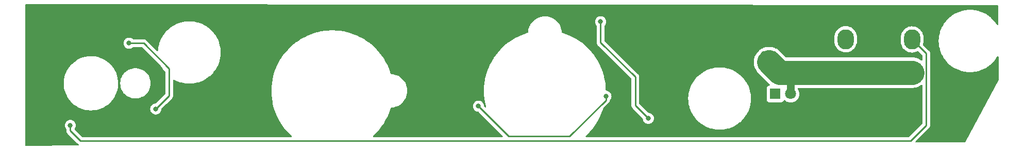
<source format=gbr>
%TF.GenerationSoftware,KiCad,Pcbnew,(6.0.9)*%
%TF.CreationDate,2023-04-01T13:20:15-08:00*%
%TF.ProjectId,HUD VID RCD PANEL,48554420-5649-4442-9052-43442050414e,3*%
%TF.SameCoordinates,Original*%
%TF.FileFunction,Copper,L2,Bot*%
%TF.FilePolarity,Positive*%
%FSLAX46Y46*%
G04 Gerber Fmt 4.6, Leading zero omitted, Abs format (unit mm)*
G04 Created by KiCad (PCBNEW (6.0.9)) date 2023-04-01 13:20:15*
%MOMM*%
%LPD*%
G01*
G04 APERTURE LIST*
G04 Aperture macros list*
%AMRoundRect*
0 Rectangle with rounded corners*
0 $1 Rounding radius*
0 $2 $3 $4 $5 $6 $7 $8 $9 X,Y pos of 4 corners*
0 Add a 4 corners polygon primitive as box body*
4,1,4,$2,$3,$4,$5,$6,$7,$8,$9,$2,$3,0*
0 Add four circle primitives for the rounded corners*
1,1,$1+$1,$2,$3*
1,1,$1+$1,$4,$5*
1,1,$1+$1,$6,$7*
1,1,$1+$1,$8,$9*
0 Add four rect primitives between the rounded corners*
20,1,$1+$1,$2,$3,$4,$5,0*
20,1,$1+$1,$4,$5,$6,$7,0*
20,1,$1+$1,$6,$7,$8,$9,0*
20,1,$1+$1,$8,$9,$2,$3,0*%
G04 Aperture macros list end*
%TA.AperFunction,SMDPad,CuDef*%
%ADD10RoundRect,0.250000X1.000000X-1.500000X1.000000X1.500000X-1.000000X1.500000X-1.000000X-1.500000X0*%
%TD*%
%TA.AperFunction,ComponentPad*%
%ADD11RoundRect,0.250001X-1.099999X-1.399999X1.099999X-1.399999X1.099999X1.399999X-1.099999X1.399999X0*%
%TD*%
%TA.AperFunction,ComponentPad*%
%ADD12O,2.700000X3.300000*%
%TD*%
%TA.AperFunction,ComponentPad*%
%ADD13R,1.800000X1.800000*%
%TD*%
%TA.AperFunction,ComponentPad*%
%ADD14C,1.800000*%
%TD*%
%TA.AperFunction,ViaPad*%
%ADD15C,0.800000*%
%TD*%
%TA.AperFunction,Conductor*%
%ADD16C,0.250000*%
%TD*%
%TA.AperFunction,Conductor*%
%ADD17C,4.000000*%
%TD*%
%TA.AperFunction,Conductor*%
%ADD18C,1.250000*%
%TD*%
%TA.AperFunction,Conductor*%
%ADD19C,0.750000*%
%TD*%
G04 APERTURE END LIST*
D10*
%TO.P,C1,1*%
%TO.N,/LED+5V*%
X179324000Y-77672000D03*
%TO.P,C1,2*%
%TO.N,/LEDGND*%
X179324000Y-71172000D03*
%TD*%
D11*
%TO.P,J1,1,Pin_1*%
%TO.N,/LED+5V*%
X198619000Y-79414000D03*
D12*
%TO.P,J1,2,Pin_2*%
X202819000Y-79414000D03*
%TO.P,J1,3,Pin_3*%
%TO.N,/LEDGND*%
X198619000Y-73914000D03*
%TO.P,J1,4,Pin_4*%
%TO.N,/DATAIN*%
X202819000Y-73914000D03*
%TD*%
D13*
%TO.P,D17,1,K*%
%TO.N,Net-(D17-Pad1)*%
X180340000Y-82931000D03*
D14*
%TO.P,D17,2,A*%
%TO.N,/LED+5V*%
X182880000Y-82931000D03*
%TD*%
D11*
%TO.P,J2,1,Pin_1*%
%TO.N,/LED+5V*%
X187706000Y-79375000D03*
D12*
%TO.P,J2,2,Pin_2*%
X191906000Y-79375000D03*
%TO.P,J2,3,Pin_3*%
%TO.N,/LEDGND*%
X187706000Y-73875000D03*
%TO.P,J2,4,Pin_4*%
%TO.N,/DATAOUT*%
X191906000Y-73875000D03*
%TD*%
D15*
%TO.N,Net-(D3-Pad2)*%
X74168000Y-74549000D03*
X78562200Y-85420200D03*
%TO.N,Net-(D8-Pad2)*%
X131572000Y-84963000D03*
X152520999Y-83318001D03*
%TO.N,Net-(D11-Pad2)*%
X151638000Y-70993000D03*
X159491550Y-86974550D03*
%TO.N,/LEDGND*%
X159817000Y-81838800D03*
X183261000Y-74168000D03*
X153696000Y-87604400D03*
X167347000Y-73953000D03*
X131318000Y-82550000D03*
X123317000Y-86360000D03*
X150176000Y-73595000D03*
X164262000Y-87578800D03*
X175006000Y-74041000D03*
X96012000Y-84455000D03*
X61620800Y-90271200D03*
X65024000Y-72771000D03*
X176784000Y-81661000D03*
X158242000Y-73660000D03*
X72212600Y-72694400D03*
X112903000Y-71374000D03*
X78740000Y-88900000D03*
%TO.N,/DATAIN*%
X64516000Y-88138000D03*
%TD*%
D16*
%TO.N,Net-(D3-Pad2)*%
X80772000Y-83210400D02*
X78562200Y-85420200D01*
X74168000Y-74549000D02*
X76581000Y-74549000D01*
X80772000Y-78740000D02*
X80772000Y-83210400D01*
X76581000Y-74549000D02*
X80772000Y-78740000D01*
%TO.N,Net-(D8-Pad2)*%
X136525000Y-89916000D02*
X146558000Y-89916000D01*
X131572000Y-84963000D02*
X136525000Y-89916000D01*
X146558000Y-89916000D02*
X152520999Y-83953001D01*
X152520999Y-83953001D02*
X152520999Y-83318001D01*
%TO.N,Net-(D11-Pad2)*%
X151638000Y-74422000D02*
X157353000Y-80137000D01*
X157353000Y-84836000D02*
X159491550Y-86974550D01*
X157353000Y-80137000D02*
X157353000Y-84836000D01*
X151638000Y-70993000D02*
X151638000Y-74422000D01*
D17*
%TO.N,/LED+5V*%
X202819000Y-79414000D02*
X183046000Y-79414000D01*
X183046000Y-79414000D02*
X181066000Y-79414000D01*
D18*
X182880000Y-79580000D02*
X183046000Y-79414000D01*
X182880000Y-82931000D02*
X182880000Y-79580000D01*
D17*
X181066000Y-79414000D02*
X179324000Y-77672000D01*
D19*
X187960000Y-79629000D02*
X187706000Y-79375000D01*
D16*
%TO.N,/DATAIN*%
X205144000Y-88099000D02*
X205144000Y-76239000D01*
X205144000Y-76239000D02*
X202819000Y-73914000D01*
X202552000Y-90691400D02*
X205144000Y-88099000D01*
X64516000Y-89027000D02*
X66180400Y-90691400D01*
X64516000Y-88138000D02*
X64516000Y-89027000D01*
X66180400Y-90691400D02*
X202552000Y-90691400D01*
%TD*%
%TA.AperFunction,Conductor*%
%TO.N,/LEDGND*%
G36*
X216845430Y-68274905D02*
G01*
X216913525Y-68294993D01*
X216959950Y-68348708D01*
X216971266Y-68399913D01*
X216995279Y-71449616D01*
X216975814Y-71517892D01*
X216922526Y-71564806D01*
X216852334Y-71575463D01*
X216787523Y-71546479D01*
X216763018Y-71518310D01*
X216567176Y-71210900D01*
X216565512Y-71208732D01*
X216565504Y-71208720D01*
X216295059Y-70856271D01*
X216293377Y-70854079D01*
X216291519Y-70852051D01*
X216291512Y-70852043D01*
X215991373Y-70524498D01*
X215989522Y-70522478D01*
X215767513Y-70319045D01*
X215659957Y-70220488D01*
X215659949Y-70220481D01*
X215657921Y-70218623D01*
X215632605Y-70199197D01*
X215303280Y-69946496D01*
X215303268Y-69946488D01*
X215301100Y-69944824D01*
X214921773Y-69703166D01*
X214522828Y-69495489D01*
X214107301Y-69323371D01*
X213833938Y-69237180D01*
X213680977Y-69188952D01*
X213680970Y-69188950D01*
X213678353Y-69188125D01*
X213594375Y-69169507D01*
X213241949Y-69091376D01*
X213241946Y-69091375D01*
X213239251Y-69090778D01*
X213236521Y-69090419D01*
X213236512Y-69090417D01*
X213016293Y-69061425D01*
X212793335Y-69032072D01*
X212524544Y-69020337D01*
X212460952Y-69017560D01*
X212460947Y-69017560D01*
X212459575Y-69017500D01*
X212228425Y-69017500D01*
X212227053Y-69017560D01*
X212227048Y-69017560D01*
X212163456Y-69020337D01*
X211894665Y-69032072D01*
X211671707Y-69061425D01*
X211451488Y-69090417D01*
X211451479Y-69090419D01*
X211448749Y-69090778D01*
X211446054Y-69091375D01*
X211446051Y-69091376D01*
X211093625Y-69169507D01*
X211009647Y-69188125D01*
X211007030Y-69188950D01*
X211007023Y-69188952D01*
X210854062Y-69237180D01*
X210580699Y-69323371D01*
X210165172Y-69495489D01*
X209766227Y-69703166D01*
X209386900Y-69944824D01*
X209384732Y-69946488D01*
X209384720Y-69946496D01*
X209055395Y-70199197D01*
X209030079Y-70218623D01*
X209028051Y-70220481D01*
X209028043Y-70220488D01*
X208920487Y-70319045D01*
X208698478Y-70522478D01*
X208696627Y-70524498D01*
X208396488Y-70852043D01*
X208396481Y-70852051D01*
X208394623Y-70854079D01*
X208392941Y-70856271D01*
X208122496Y-71208720D01*
X208122488Y-71208732D01*
X208120824Y-71210900D01*
X207879166Y-71590227D01*
X207671489Y-71989172D01*
X207670437Y-71991713D01*
X207670436Y-71991714D01*
X207654642Y-72029844D01*
X207499371Y-72404699D01*
X207429464Y-72626416D01*
X207366719Y-72825421D01*
X207364125Y-72833647D01*
X207363530Y-72836331D01*
X207300623Y-73120087D01*
X207266778Y-73272749D01*
X207266419Y-73275479D01*
X207266417Y-73275488D01*
X207239925Y-73476719D01*
X207208072Y-73718665D01*
X207188454Y-74168000D01*
X207208072Y-74617335D01*
X207266778Y-75063251D01*
X207267375Y-75065946D01*
X207267376Y-75065949D01*
X207296068Y-75195368D01*
X207364125Y-75502353D01*
X207364950Y-75504970D01*
X207364952Y-75504977D01*
X207403245Y-75626426D01*
X207499371Y-75931301D01*
X207671489Y-76346828D01*
X207879166Y-76745773D01*
X208012997Y-76955846D01*
X208116114Y-77117706D01*
X208120824Y-77125100D01*
X208122488Y-77127268D01*
X208122496Y-77127280D01*
X208335259Y-77404557D01*
X208394623Y-77481921D01*
X208396481Y-77483949D01*
X208396488Y-77483957D01*
X208609611Y-77716540D01*
X208698478Y-77813522D01*
X208700498Y-77815373D01*
X209028043Y-78115512D01*
X209028051Y-78115519D01*
X209030079Y-78117377D01*
X209032271Y-78119059D01*
X209384720Y-78389504D01*
X209384732Y-78389512D01*
X209386900Y-78391176D01*
X209766227Y-78632834D01*
X210165172Y-78840511D01*
X210580699Y-79012629D01*
X210794323Y-79079984D01*
X211007023Y-79147048D01*
X211007030Y-79147050D01*
X211009647Y-79147875D01*
X211012332Y-79148470D01*
X211012331Y-79148470D01*
X211446051Y-79244624D01*
X211446054Y-79244625D01*
X211448749Y-79245222D01*
X211451479Y-79245581D01*
X211451488Y-79245583D01*
X211671707Y-79274575D01*
X211894665Y-79303928D01*
X212163456Y-79315663D01*
X212227048Y-79318440D01*
X212227053Y-79318440D01*
X212228425Y-79318500D01*
X212459575Y-79318500D01*
X212460947Y-79318440D01*
X212460952Y-79318440D01*
X212524544Y-79315663D01*
X212793335Y-79303928D01*
X213016293Y-79274575D01*
X213236512Y-79245583D01*
X213236521Y-79245581D01*
X213239251Y-79245222D01*
X213241946Y-79244625D01*
X213241949Y-79244624D01*
X213675669Y-79148470D01*
X213675668Y-79148470D01*
X213678353Y-79147875D01*
X213680970Y-79147050D01*
X213680977Y-79147048D01*
X213893677Y-79079984D01*
X214107301Y-79012629D01*
X214522828Y-78840511D01*
X214921773Y-78632834D01*
X215301100Y-78391176D01*
X215303268Y-78389512D01*
X215303280Y-78389504D01*
X215655729Y-78119059D01*
X215657921Y-78117377D01*
X215659949Y-78115519D01*
X215659957Y-78115512D01*
X215987502Y-77815373D01*
X215989522Y-77813522D01*
X216078389Y-77716540D01*
X216291512Y-77483957D01*
X216291519Y-77483949D01*
X216293377Y-77481921D01*
X216352741Y-77404557D01*
X216565504Y-77127280D01*
X216565512Y-77127268D01*
X216567176Y-77125100D01*
X216570485Y-77119906D01*
X216805288Y-76751340D01*
X216858759Y-76704635D01*
X216928992Y-76694252D01*
X216993689Y-76723489D01*
X217032309Y-76783063D01*
X217037551Y-76818045D01*
X217064304Y-80215768D01*
X217066646Y-80513210D01*
X217051841Y-80573468D01*
X211625747Y-90753398D01*
X211565655Y-90866137D01*
X211515962Y-90916843D01*
X211454918Y-90932869D01*
X210085851Y-90937797D01*
X203482321Y-90961566D01*
X203414129Y-90941809D01*
X203367444Y-90888321D01*
X203357087Y-90818084D01*
X203386347Y-90753398D01*
X203392766Y-90746478D01*
X205536298Y-88602615D01*
X205544554Y-88595102D01*
X205551018Y-88591000D01*
X205597681Y-88541310D01*
X205600405Y-88538500D01*
X205617358Y-88521544D01*
X205617369Y-88521532D01*
X205620167Y-88518733D01*
X205622628Y-88515560D01*
X205630337Y-88506533D01*
X205655158Y-88480101D01*
X205660586Y-88474321D01*
X205670362Y-88456539D01*
X205681208Y-88440026D01*
X205688779Y-88430264D01*
X205693638Y-88423999D01*
X205711180Y-88383454D01*
X205716406Y-88372786D01*
X205733875Y-88341010D01*
X205733877Y-88341005D01*
X205737695Y-88334060D01*
X205742739Y-88314414D01*
X205749139Y-88295718D01*
X205754048Y-88284372D01*
X205754048Y-88284371D01*
X205757195Y-88277098D01*
X205764103Y-88233460D01*
X205766511Y-88221832D01*
X205775528Y-88186714D01*
X205775529Y-88186707D01*
X205777500Y-88179030D01*
X205777500Y-88158741D01*
X205779050Y-88139041D01*
X205780981Y-88126840D01*
X205782221Y-88119008D01*
X205778060Y-88075024D01*
X205777500Y-88063157D01*
X205777500Y-76317768D01*
X205778027Y-76306585D01*
X205779702Y-76299092D01*
X205777562Y-76231001D01*
X205777500Y-76227044D01*
X205777500Y-76199144D01*
X205776996Y-76195153D01*
X205776063Y-76183311D01*
X205774923Y-76147036D01*
X205774674Y-76139111D01*
X205769021Y-76119652D01*
X205765012Y-76100293D01*
X205764846Y-76098983D01*
X205762474Y-76080203D01*
X205759558Y-76072837D01*
X205759556Y-76072831D01*
X205746200Y-76039098D01*
X205742355Y-76027868D01*
X205732230Y-75993017D01*
X205732230Y-75993016D01*
X205730019Y-75985407D01*
X205719705Y-75967966D01*
X205711008Y-75950213D01*
X205706472Y-75938758D01*
X205703552Y-75931383D01*
X205677563Y-75895612D01*
X205671047Y-75885692D01*
X205648542Y-75847638D01*
X205634221Y-75833317D01*
X205621380Y-75818283D01*
X205614131Y-75808306D01*
X205609472Y-75801893D01*
X205575395Y-75773702D01*
X205566616Y-75765712D01*
X204642030Y-74841126D01*
X204608004Y-74778814D01*
X204611394Y-74712782D01*
X204625696Y-74669152D01*
X204625696Y-74669151D01*
X204627118Y-74664814D01*
X204633609Y-74627431D01*
X204672601Y-74402860D01*
X204672602Y-74402852D01*
X204673257Y-74399079D01*
X204675010Y-74363860D01*
X204677422Y-74315422D01*
X204677422Y-74315414D01*
X204677500Y-74313851D01*
X204677500Y-73545488D01*
X204674671Y-73506488D01*
X204665938Y-73386140D01*
X204662953Y-73344996D01*
X204661969Y-73340538D01*
X204605791Y-73086088D01*
X204605790Y-73086084D01*
X204604806Y-73081628D01*
X204557028Y-72955520D01*
X204510868Y-72833682D01*
X204510867Y-72833679D01*
X204509250Y-72829412D01*
X204378286Y-72593632D01*
X204296472Y-72486430D01*
X204217429Y-72382859D01*
X204217428Y-72382858D01*
X204214657Y-72379227D01*
X204178478Y-72343859D01*
X204082513Y-72250047D01*
X204021792Y-72190688D01*
X203803730Y-72031966D01*
X203703969Y-71979479D01*
X203569079Y-71908510D01*
X203569073Y-71908507D01*
X203565039Y-71906385D01*
X203560734Y-71904865D01*
X203560730Y-71904863D01*
X203315033Y-71818098D01*
X203315032Y-71818098D01*
X203310720Y-71816575D01*
X203182968Y-71791395D01*
X203050572Y-71765300D01*
X203050566Y-71765299D01*
X203046100Y-71764419D01*
X203041547Y-71764192D01*
X203041544Y-71764192D01*
X202781292Y-71751236D01*
X202781286Y-71751236D01*
X202776723Y-71751009D01*
X202508231Y-71776625D01*
X202503797Y-71777710D01*
X202503791Y-71777711D01*
X202250688Y-71839645D01*
X202246250Y-71840731D01*
X201996267Y-71941985D01*
X201846215Y-72029844D01*
X201825253Y-72042118D01*
X201763518Y-72078265D01*
X201552881Y-72246716D01*
X201368766Y-72443809D01*
X201215032Y-72665416D01*
X201213001Y-72669499D01*
X201212999Y-72669502D01*
X201167345Y-72761271D01*
X201094899Y-72906894D01*
X201093478Y-72911228D01*
X201093477Y-72911231D01*
X201023667Y-73124186D01*
X201010882Y-73163186D01*
X201010102Y-73167677D01*
X201010102Y-73167678D01*
X200975158Y-73368937D01*
X200964743Y-73428921D01*
X200964552Y-73432758D01*
X200962442Y-73475149D01*
X200960500Y-73514149D01*
X200960500Y-74282512D01*
X200960665Y-74284780D01*
X200960665Y-74284792D01*
X200966055Y-74359072D01*
X200975047Y-74483004D01*
X200976031Y-74487459D01*
X200976031Y-74487462D01*
X201030912Y-74736034D01*
X201033194Y-74746372D01*
X201045485Y-74778814D01*
X201101355Y-74926279D01*
X201128750Y-74998588D01*
X201198179Y-75123584D01*
X201250875Y-75218454D01*
X201259714Y-75234368D01*
X201262486Y-75238000D01*
X201404799Y-75424474D01*
X201423343Y-75448773D01*
X201426609Y-75451966D01*
X201426611Y-75451968D01*
X201515582Y-75538943D01*
X201616208Y-75637312D01*
X201834270Y-75796034D01*
X201876559Y-75818283D01*
X202068921Y-75919490D01*
X202068927Y-75919493D01*
X202072961Y-75921615D01*
X202077266Y-75923135D01*
X202077270Y-75923137D01*
X202275153Y-75993017D01*
X202327280Y-76011425D01*
X202410706Y-76027868D01*
X202587428Y-76062700D01*
X202587434Y-76062701D01*
X202591900Y-76063581D01*
X202596453Y-76063808D01*
X202596456Y-76063808D01*
X202856708Y-76076764D01*
X202856714Y-76076764D01*
X202861277Y-76076991D01*
X203129769Y-76051375D01*
X203134203Y-76050290D01*
X203134209Y-76050289D01*
X203387312Y-75988355D01*
X203391750Y-75987269D01*
X203641733Y-75886015D01*
X203717580Y-75841605D01*
X203786471Y-75824446D01*
X203853704Y-75847257D01*
X203870339Y-75861243D01*
X204473595Y-76464499D01*
X204507621Y-76526811D01*
X204510500Y-76553594D01*
X204510500Y-77289943D01*
X204490498Y-77358064D01*
X204436842Y-77404557D01*
X204366568Y-77414661D01*
X204304186Y-77387029D01*
X204299434Y-77383098D01*
X204299428Y-77383093D01*
X204296375Y-77380568D01*
X204029869Y-77211438D01*
X204026290Y-77209754D01*
X204026283Y-77209750D01*
X203747856Y-77078733D01*
X203747852Y-77078731D01*
X203744266Y-77077044D01*
X203444072Y-76979505D01*
X203134020Y-76920359D01*
X202897838Y-76905500D01*
X182157244Y-76905500D01*
X182089123Y-76885498D01*
X182068149Y-76868595D01*
X181042030Y-75842476D01*
X181040539Y-75841161D01*
X181040531Y-75841154D01*
X180990161Y-75796747D01*
X180966347Y-75768543D01*
X180922478Y-75697652D01*
X180797303Y-75572695D01*
X180791072Y-75568854D01*
X180652968Y-75483725D01*
X180652966Y-75483724D01*
X180646738Y-75479885D01*
X180478861Y-75424203D01*
X180450986Y-75421347D01*
X180406630Y-75408271D01*
X180322216Y-75365261D01*
X180157697Y-75306030D01*
X180028955Y-75259680D01*
X180025233Y-75258340D01*
X179854501Y-75220177D01*
X179721050Y-75190347D01*
X179721044Y-75190346D01*
X179717192Y-75189485D01*
X179402949Y-75159780D01*
X179398998Y-75159904D01*
X179398992Y-75159904D01*
X179238174Y-75164958D01*
X179087463Y-75169695D01*
X179083556Y-75170314D01*
X179083554Y-75170314D01*
X178779612Y-75218454D01*
X178779607Y-75218455D01*
X178775706Y-75219073D01*
X178771906Y-75220177D01*
X178476394Y-75306030D01*
X178476390Y-75306032D01*
X178472595Y-75307134D01*
X178229805Y-75412198D01*
X178192771Y-75421887D01*
X178187435Y-75422440D01*
X178174692Y-75423762D01*
X178174688Y-75423763D01*
X178167834Y-75424474D01*
X178000054Y-75480450D01*
X177849652Y-75573522D01*
X177724695Y-75698697D01*
X177720855Y-75704927D01*
X177720854Y-75704928D01*
X177717275Y-75710735D01*
X177690389Y-75754352D01*
X177690225Y-75754618D01*
X177666292Y-75783014D01*
X177664949Y-75784198D01*
X177661819Y-75786626D01*
X177438626Y-76009819D01*
X177245166Y-76259225D01*
X177084490Y-76530913D01*
X177082917Y-76534548D01*
X177082916Y-76534550D01*
X176960706Y-76816961D01*
X176960703Y-76816969D01*
X176959134Y-76820595D01*
X176958032Y-76824390D01*
X176958030Y-76824394D01*
X176913183Y-76978761D01*
X176871073Y-77123706D01*
X176870455Y-77127607D01*
X176870454Y-77127612D01*
X176824990Y-77414661D01*
X176821695Y-77435463D01*
X176821571Y-77439419D01*
X176812742Y-77720348D01*
X176811780Y-77750949D01*
X176841485Y-78065192D01*
X176842346Y-78069044D01*
X176842347Y-78069050D01*
X176862922Y-78161098D01*
X176910340Y-78373233D01*
X176911680Y-78376955D01*
X177003803Y-78632834D01*
X177017261Y-78670216D01*
X177160559Y-78951455D01*
X177162786Y-78954732D01*
X177162789Y-78954737D01*
X177247907Y-79079984D01*
X177337977Y-79212518D01*
X177340594Y-79215486D01*
X177340596Y-79215489D01*
X177367128Y-79245583D01*
X177494476Y-79390030D01*
X177674145Y-79569699D01*
X177692194Y-79592491D01*
X177725522Y-79646348D01*
X177850697Y-79771305D01*
X177856927Y-79775145D01*
X177856928Y-79775146D01*
X177903462Y-79803830D01*
X177926441Y-79821995D01*
X179262929Y-81158483D01*
X179265683Y-81161324D01*
X179345418Y-81246233D01*
X179348469Y-81248757D01*
X179416164Y-81304759D01*
X179455903Y-81363593D01*
X179457525Y-81434571D01*
X179420516Y-81495158D01*
X179356625Y-81526119D01*
X179349457Y-81527107D01*
X179329684Y-81529255D01*
X179193295Y-81580385D01*
X179076739Y-81667739D01*
X178989385Y-81784295D01*
X178938255Y-81920684D01*
X178931500Y-81982866D01*
X178931500Y-83879134D01*
X178938255Y-83941316D01*
X178989385Y-84077705D01*
X179076739Y-84194261D01*
X179193295Y-84281615D01*
X179329684Y-84332745D01*
X179391866Y-84339500D01*
X181288134Y-84339500D01*
X181350316Y-84332745D01*
X181486705Y-84281615D01*
X181603261Y-84194261D01*
X181690615Y-84077705D01*
X181715180Y-84012178D01*
X181757822Y-83955414D01*
X181824383Y-83930714D01*
X181893732Y-83945921D01*
X181913647Y-83959464D01*
X181995172Y-84027147D01*
X182069349Y-84088730D01*
X182269322Y-84205584D01*
X182485694Y-84288209D01*
X182490760Y-84289240D01*
X182490761Y-84289240D01*
X182523467Y-84295894D01*
X182712656Y-84334385D01*
X182842089Y-84339131D01*
X182938949Y-84342683D01*
X182938953Y-84342683D01*
X182944113Y-84342872D01*
X182949233Y-84342216D01*
X182949235Y-84342216D01*
X183023166Y-84332745D01*
X183173847Y-84313442D01*
X183178795Y-84311957D01*
X183178802Y-84311956D01*
X183390747Y-84248369D01*
X183395690Y-84246886D01*
X183436685Y-84226803D01*
X183599049Y-84147262D01*
X183599052Y-84147260D01*
X183603684Y-84144991D01*
X183792243Y-84010494D01*
X183956303Y-83847005D01*
X184091458Y-83658917D01*
X184094507Y-83652749D01*
X184191784Y-83455922D01*
X184191785Y-83455920D01*
X184194078Y-83451280D01*
X184261408Y-83229671D01*
X184291640Y-83000041D01*
X184292255Y-82974872D01*
X184293245Y-82934365D01*
X184293245Y-82934361D01*
X184293327Y-82931000D01*
X184281470Y-82786775D01*
X184274773Y-82705318D01*
X184274772Y-82705312D01*
X184274349Y-82700167D01*
X184230149Y-82524198D01*
X184219184Y-82480544D01*
X184219183Y-82480540D01*
X184217925Y-82475533D01*
X184189810Y-82410873D01*
X184127630Y-82267868D01*
X184127628Y-82267865D01*
X184125570Y-82263131D01*
X184033708Y-82121134D01*
X184013500Y-82052695D01*
X184013500Y-82048500D01*
X184033502Y-81980379D01*
X184087158Y-81933886D01*
X184139500Y-81922500D01*
X202897838Y-81922500D01*
X203134020Y-81907641D01*
X203444072Y-81848495D01*
X203670122Y-81775047D01*
X203740493Y-81752182D01*
X203740494Y-81752182D01*
X203744266Y-81750956D01*
X203747852Y-81749269D01*
X203747856Y-81749267D01*
X204026283Y-81618250D01*
X204026290Y-81618246D01*
X204029869Y-81616562D01*
X204296375Y-81447432D01*
X204299428Y-81444907D01*
X204299434Y-81444902D01*
X204304186Y-81440971D01*
X204369424Y-81412962D01*
X204439449Y-81424670D01*
X204492027Y-81472377D01*
X204510500Y-81538057D01*
X204510500Y-87784439D01*
X204490498Y-87852560D01*
X204473603Y-87873526D01*
X203485079Y-88862203D01*
X202326472Y-90020989D01*
X202264163Y-90055018D01*
X202237370Y-90057900D01*
X149289721Y-90057900D01*
X149221600Y-90037898D01*
X149175107Y-89984242D01*
X149165003Y-89913968D01*
X149194497Y-89849388D01*
X149206396Y-89837386D01*
X149341774Y-89718034D01*
X149341775Y-89718033D01*
X149343261Y-89716723D01*
X149787723Y-89272261D01*
X150203399Y-88800769D01*
X150405755Y-88539893D01*
X150587437Y-88305670D01*
X150587443Y-88305662D01*
X150588649Y-88304107D01*
X150748357Y-88069105D01*
X150940843Y-87785870D01*
X150940845Y-87785867D01*
X150941954Y-87784235D01*
X150952935Y-87765668D01*
X151260900Y-87244927D01*
X151261919Y-87243204D01*
X151547281Y-86683150D01*
X151796913Y-86106284D01*
X151880442Y-85874274D01*
X152009163Y-85516738D01*
X152009168Y-85516722D01*
X152009831Y-85514881D01*
X152020811Y-85477090D01*
X152064199Y-85327746D01*
X152096101Y-85273804D01*
X152913252Y-84456653D01*
X152921538Y-84449113D01*
X152928017Y-84445001D01*
X152974643Y-84395349D01*
X152977397Y-84392508D01*
X152997134Y-84372771D01*
X152999614Y-84369574D01*
X153007319Y-84360552D01*
X153032158Y-84334101D01*
X153037585Y-84328322D01*
X153041404Y-84321376D01*
X153041406Y-84321373D01*
X153047347Y-84310567D01*
X153058198Y-84294048D01*
X153061927Y-84289240D01*
X153070613Y-84278042D01*
X153073758Y-84270773D01*
X153073761Y-84270769D01*
X153088173Y-84237464D01*
X153093390Y-84226814D01*
X153114694Y-84188061D01*
X153119732Y-84168438D01*
X153126136Y-84149735D01*
X153131032Y-84138421D01*
X153131032Y-84138420D01*
X153134180Y-84131146D01*
X153135419Y-84123323D01*
X153135422Y-84123313D01*
X153141098Y-84087477D01*
X153143504Y-84075857D01*
X153152527Y-84040712D01*
X153152527Y-84040711D01*
X153154499Y-84033031D01*
X153154499Y-84020527D01*
X153174501Y-83952406D01*
X153186862Y-83936217D01*
X153255619Y-83859854D01*
X153260039Y-83854945D01*
X153264624Y-83847005D01*
X153352222Y-83695280D01*
X153352223Y-83695279D01*
X153355526Y-83689557D01*
X153414541Y-83507929D01*
X153420514Y-83451104D01*
X153433813Y-83324566D01*
X153434503Y-83318001D01*
X153424472Y-83222565D01*
X153415231Y-83134636D01*
X153415231Y-83134634D01*
X153414541Y-83128073D01*
X153355526Y-82946445D01*
X153344673Y-82927646D01*
X153316506Y-82878860D01*
X153260039Y-82781057D01*
X153191844Y-82705318D01*
X153136674Y-82644046D01*
X153136673Y-82644045D01*
X153132252Y-82639135D01*
X152977751Y-82526883D01*
X152971723Y-82524199D01*
X152971721Y-82524198D01*
X152809318Y-82451892D01*
X152809317Y-82451892D01*
X152803287Y-82449207D01*
X152685512Y-82424173D01*
X152622942Y-82410873D01*
X152622939Y-82410873D01*
X152616486Y-82409501D01*
X152609882Y-82409501D01*
X152608064Y-82409310D01*
X152542407Y-82382299D01*
X152501775Y-82324079D01*
X152495293Y-82287958D01*
X152494377Y-82258793D01*
X152487617Y-82043708D01*
X152479855Y-81796706D01*
X152479854Y-81796692D01*
X152479793Y-81794747D01*
X152477579Y-81771316D01*
X152420827Y-81170950D01*
X152420826Y-81170943D01*
X152420640Y-81168974D01*
X152419203Y-81159897D01*
X152322621Y-80550106D01*
X152322621Y-80550105D01*
X152322311Y-80548149D01*
X152227736Y-80125044D01*
X152185627Y-79936655D01*
X152185624Y-79936644D01*
X152185195Y-79934724D01*
X152142258Y-79786933D01*
X152010382Y-79333014D01*
X152010378Y-79333001D01*
X152009831Y-79331119D01*
X152009168Y-79329278D01*
X152009163Y-79329262D01*
X151797582Y-78741574D01*
X151797581Y-78741572D01*
X151796913Y-78739716D01*
X151787727Y-78718487D01*
X151548063Y-78164657D01*
X151548062Y-78164656D01*
X151547281Y-78162850D01*
X151261919Y-77602796D01*
X151165298Y-77439419D01*
X150942966Y-77063476D01*
X150942964Y-77063473D01*
X150941954Y-77061765D01*
X150886050Y-76979505D01*
X150589761Y-76543529D01*
X150589758Y-76543525D01*
X150588649Y-76541893D01*
X150582954Y-76534550D01*
X150230526Y-76080203D01*
X150203399Y-76045231D01*
X149787723Y-75573739D01*
X149343261Y-75129277D01*
X148871769Y-74713601D01*
X148547221Y-74461856D01*
X148376670Y-74329563D01*
X148376662Y-74329557D01*
X148375107Y-74328351D01*
X148351529Y-74312327D01*
X147856870Y-73976157D01*
X147856867Y-73976155D01*
X147855235Y-73975046D01*
X147802508Y-73943863D01*
X147315927Y-73656100D01*
X147314204Y-73655081D01*
X146754150Y-73369719D01*
X146707535Y-73349547D01*
X146179096Y-73120871D01*
X146179093Y-73120870D01*
X146177284Y-73120087D01*
X146175426Y-73119418D01*
X145587738Y-72907837D01*
X145587722Y-72907832D01*
X145585881Y-72907169D01*
X145366119Y-72843322D01*
X145306285Y-72805110D01*
X145276607Y-72740614D01*
X145275463Y-72729250D01*
X145271744Y-72661670D01*
X145267092Y-72577142D01*
X145263811Y-72558625D01*
X145209122Y-72250047D01*
X145208461Y-72246316D01*
X145207359Y-72242700D01*
X145207357Y-72242692D01*
X145111615Y-71928553D01*
X145111612Y-71928546D01*
X145110510Y-71924929D01*
X144974658Y-71617637D01*
X144972722Y-71614383D01*
X144972719Y-71614377D01*
X144804811Y-71332151D01*
X144804810Y-71332150D01*
X144802872Y-71328892D01*
X144786774Y-71308025D01*
X144599964Y-71065886D01*
X144597642Y-71062876D01*
X144594983Y-71060175D01*
X144594977Y-71060168D01*
X144528856Y-70993000D01*
X150724496Y-70993000D01*
X150725186Y-70999565D01*
X150732157Y-71065886D01*
X150744458Y-71182928D01*
X150803473Y-71364556D01*
X150806776Y-71370278D01*
X150806777Y-71370279D01*
X150840686Y-71429010D01*
X150898960Y-71529944D01*
X150972137Y-71611215D01*
X151002853Y-71675221D01*
X151004500Y-71695524D01*
X151004500Y-74343233D01*
X151003973Y-74354416D01*
X151002298Y-74361909D01*
X151002547Y-74369835D01*
X151002547Y-74369836D01*
X151004438Y-74429986D01*
X151004500Y-74433945D01*
X151004500Y-74461856D01*
X151004997Y-74465790D01*
X151004997Y-74465791D01*
X151005005Y-74465856D01*
X151005938Y-74477693D01*
X151007327Y-74521889D01*
X151012978Y-74541339D01*
X151016987Y-74560700D01*
X151019526Y-74580797D01*
X151022445Y-74588168D01*
X151022445Y-74588170D01*
X151035804Y-74621912D01*
X151039649Y-74633142D01*
X151051982Y-74675593D01*
X151056015Y-74682412D01*
X151056017Y-74682417D01*
X151062293Y-74693028D01*
X151070988Y-74710776D01*
X151078448Y-74729617D01*
X151083110Y-74736033D01*
X151083110Y-74736034D01*
X151104436Y-74765387D01*
X151110952Y-74775307D01*
X151133458Y-74813362D01*
X151147779Y-74827683D01*
X151160619Y-74842716D01*
X151172528Y-74859107D01*
X151206605Y-74887298D01*
X151215384Y-74895288D01*
X156682595Y-80362499D01*
X156716621Y-80424811D01*
X156719500Y-80451594D01*
X156719500Y-84757233D01*
X156718973Y-84768416D01*
X156717298Y-84775909D01*
X156717547Y-84783835D01*
X156717547Y-84783836D01*
X156719438Y-84843986D01*
X156719500Y-84847945D01*
X156719500Y-84875856D01*
X156719997Y-84879790D01*
X156719997Y-84879791D01*
X156720005Y-84879856D01*
X156720938Y-84891693D01*
X156722327Y-84935889D01*
X156726980Y-84951905D01*
X156727978Y-84955339D01*
X156731987Y-84974700D01*
X156734526Y-84994797D01*
X156737445Y-85002168D01*
X156737445Y-85002170D01*
X156750804Y-85035912D01*
X156754649Y-85047142D01*
X156756911Y-85054929D01*
X156766982Y-85089593D01*
X156771015Y-85096412D01*
X156771017Y-85096417D01*
X156777293Y-85107028D01*
X156785988Y-85124776D01*
X156793448Y-85143617D01*
X156798110Y-85150033D01*
X156798110Y-85150034D01*
X156819436Y-85179387D01*
X156825952Y-85189307D01*
X156835567Y-85205564D01*
X156848458Y-85227362D01*
X156862779Y-85241683D01*
X156875619Y-85256716D01*
X156887528Y-85273107D01*
X156893634Y-85278158D01*
X156921605Y-85301298D01*
X156930384Y-85309288D01*
X158544428Y-86923332D01*
X158578454Y-86985644D01*
X158580642Y-86999253D01*
X158598008Y-87164478D01*
X158657023Y-87346106D01*
X158752510Y-87511494D01*
X158880297Y-87653416D01*
X159034798Y-87765668D01*
X159040826Y-87768352D01*
X159040828Y-87768353D01*
X159203231Y-87840659D01*
X159209262Y-87843344D01*
X159302662Y-87863197D01*
X159389606Y-87881678D01*
X159389611Y-87881678D01*
X159396063Y-87883050D01*
X159587037Y-87883050D01*
X159593489Y-87881678D01*
X159593494Y-87881678D01*
X159680438Y-87863197D01*
X159773838Y-87843344D01*
X159779869Y-87840659D01*
X159942272Y-87768353D01*
X159942274Y-87768352D01*
X159948302Y-87765668D01*
X160102803Y-87653416D01*
X160230590Y-87511494D01*
X160326077Y-87346106D01*
X160385092Y-87164478D01*
X160405054Y-86974550D01*
X160385092Y-86784622D01*
X160326077Y-86602994D01*
X160230590Y-86437606D01*
X160102803Y-86295684D01*
X159948302Y-86183432D01*
X159942274Y-86180748D01*
X159942272Y-86180747D01*
X159779869Y-86108441D01*
X159779868Y-86108441D01*
X159773838Y-86105756D01*
X159680438Y-86085903D01*
X159593494Y-86067422D01*
X159593489Y-86067422D01*
X159587037Y-86066050D01*
X159531145Y-86066050D01*
X159463024Y-86046048D01*
X159442050Y-86029145D01*
X158023405Y-84610500D01*
X157989379Y-84548188D01*
X157986500Y-84521405D01*
X157986500Y-83693000D01*
X166040454Y-83693000D01*
X166060072Y-84142335D01*
X166085356Y-84334385D01*
X166114281Y-84554091D01*
X166118778Y-84588251D01*
X166119375Y-84590946D01*
X166119376Y-84590949D01*
X166176351Y-84847945D01*
X166216125Y-85027353D01*
X166216950Y-85029970D01*
X166216952Y-85029977D01*
X166259787Y-85165831D01*
X166351371Y-85456301D01*
X166523489Y-85871828D01*
X166731166Y-86270773D01*
X166972824Y-86650100D01*
X166974488Y-86652268D01*
X166974496Y-86652280D01*
X167240742Y-86999257D01*
X167246623Y-87006921D01*
X167248481Y-87008949D01*
X167248488Y-87008957D01*
X167464714Y-87244927D01*
X167550478Y-87338522D01*
X167552498Y-87340373D01*
X167880043Y-87640512D01*
X167880051Y-87640519D01*
X167882079Y-87642377D01*
X167884271Y-87644059D01*
X168236720Y-87914504D01*
X168236732Y-87914512D01*
X168238900Y-87916176D01*
X168241212Y-87917649D01*
X168241215Y-87917651D01*
X168349407Y-87986577D01*
X168618227Y-88157834D01*
X169017172Y-88365511D01*
X169432699Y-88537629D01*
X169706062Y-88623820D01*
X169859023Y-88672048D01*
X169859030Y-88672050D01*
X169861647Y-88672875D01*
X169864332Y-88673470D01*
X169864331Y-88673470D01*
X170298051Y-88769624D01*
X170298054Y-88769625D01*
X170300749Y-88770222D01*
X170303479Y-88770581D01*
X170303488Y-88770583D01*
X170467369Y-88792158D01*
X170746665Y-88828928D01*
X171012262Y-88840524D01*
X171079048Y-88843440D01*
X171079053Y-88843440D01*
X171080425Y-88843500D01*
X171311575Y-88843500D01*
X171312947Y-88843440D01*
X171312952Y-88843440D01*
X171379738Y-88840524D01*
X171645335Y-88828928D01*
X171924631Y-88792158D01*
X172088512Y-88770583D01*
X172088521Y-88770581D01*
X172091251Y-88770222D01*
X172093946Y-88769625D01*
X172093949Y-88769624D01*
X172527669Y-88673470D01*
X172527668Y-88673470D01*
X172530353Y-88672875D01*
X172532970Y-88672050D01*
X172532977Y-88672048D01*
X172685938Y-88623820D01*
X172959301Y-88537629D01*
X173374828Y-88365511D01*
X173773773Y-88157834D01*
X174042593Y-87986577D01*
X174150785Y-87917651D01*
X174150788Y-87917649D01*
X174153100Y-87916176D01*
X174155268Y-87914512D01*
X174155280Y-87914504D01*
X174507729Y-87644059D01*
X174509921Y-87642377D01*
X174511949Y-87640519D01*
X174511957Y-87640512D01*
X174839502Y-87340373D01*
X174841522Y-87338522D01*
X174927286Y-87244927D01*
X175143512Y-87008957D01*
X175143519Y-87008949D01*
X175145377Y-87006921D01*
X175151258Y-86999257D01*
X175417504Y-86652280D01*
X175417512Y-86652268D01*
X175419176Y-86650100D01*
X175660834Y-86270773D01*
X175868511Y-85871828D01*
X176040629Y-85456301D01*
X176132213Y-85165831D01*
X176175048Y-85029977D01*
X176175050Y-85029970D01*
X176175875Y-85027353D01*
X176215649Y-84847945D01*
X176272624Y-84590949D01*
X176272625Y-84590946D01*
X176273222Y-84588251D01*
X176277720Y-84554091D01*
X176306644Y-84334385D01*
X176331928Y-84142335D01*
X176351546Y-83693000D01*
X176331928Y-83243665D01*
X176293626Y-82952730D01*
X176273583Y-82800488D01*
X176273581Y-82800479D01*
X176273222Y-82797749D01*
X176269522Y-82781057D01*
X176176470Y-82361331D01*
X176175875Y-82358647D01*
X176040629Y-81929699D01*
X175868511Y-81514172D01*
X175660834Y-81115227D01*
X175489577Y-80846407D01*
X175420651Y-80738215D01*
X175420649Y-80738212D01*
X175419176Y-80735900D01*
X175417512Y-80733732D01*
X175417504Y-80733720D01*
X175147059Y-80381271D01*
X175145377Y-80379079D01*
X175143519Y-80377051D01*
X175143512Y-80377043D01*
X174843373Y-80049498D01*
X174841522Y-80047478D01*
X174812094Y-80020512D01*
X174511957Y-79745488D01*
X174511949Y-79745481D01*
X174509921Y-79743623D01*
X174479621Y-79720373D01*
X174155280Y-79471496D01*
X174155268Y-79471488D01*
X174153100Y-79469824D01*
X174145899Y-79465236D01*
X174030063Y-79391441D01*
X173773773Y-79228166D01*
X173374828Y-79020489D01*
X172959301Y-78848371D01*
X172685938Y-78762180D01*
X172532977Y-78713952D01*
X172532970Y-78713950D01*
X172530353Y-78713125D01*
X172268810Y-78655142D01*
X172093949Y-78616376D01*
X172093946Y-78616375D01*
X172091251Y-78615778D01*
X172088521Y-78615419D01*
X172088512Y-78615417D01*
X171868293Y-78586425D01*
X171645335Y-78557072D01*
X171376544Y-78545337D01*
X171312952Y-78542560D01*
X171312947Y-78542560D01*
X171311575Y-78542500D01*
X171080425Y-78542500D01*
X171079053Y-78542560D01*
X171079048Y-78542560D01*
X171015456Y-78545337D01*
X170746665Y-78557072D01*
X170523707Y-78586425D01*
X170303488Y-78615417D01*
X170303479Y-78615419D01*
X170300749Y-78615778D01*
X170298054Y-78616375D01*
X170298051Y-78616376D01*
X170123190Y-78655142D01*
X169861647Y-78713125D01*
X169859030Y-78713950D01*
X169859023Y-78713952D01*
X169706062Y-78762180D01*
X169432699Y-78848371D01*
X169017172Y-79020489D01*
X168618227Y-79228166D01*
X168361937Y-79391441D01*
X168246102Y-79465236D01*
X168238900Y-79469824D01*
X168236732Y-79471488D01*
X168236720Y-79471496D01*
X167912379Y-79720373D01*
X167882079Y-79743623D01*
X167880051Y-79745481D01*
X167880043Y-79745488D01*
X167579906Y-80020512D01*
X167550478Y-80047478D01*
X167548627Y-80049498D01*
X167248488Y-80377043D01*
X167248481Y-80377051D01*
X167246623Y-80379079D01*
X167244941Y-80381271D01*
X166974496Y-80733720D01*
X166974488Y-80733732D01*
X166972824Y-80735900D01*
X166971351Y-80738212D01*
X166971349Y-80738215D01*
X166902423Y-80846407D01*
X166731166Y-81115227D01*
X166523489Y-81514172D01*
X166351371Y-81929699D01*
X166216125Y-82358647D01*
X166215530Y-82361331D01*
X166122479Y-82781057D01*
X166118778Y-82797749D01*
X166118419Y-82800479D01*
X166118417Y-82800488D01*
X166098374Y-82952730D01*
X166060072Y-83243665D01*
X166040454Y-83693000D01*
X157986500Y-83693000D01*
X157986500Y-80215768D01*
X157987027Y-80204585D01*
X157988702Y-80197092D01*
X157986562Y-80129001D01*
X157986500Y-80125044D01*
X157986500Y-80097144D01*
X157985996Y-80093153D01*
X157985063Y-80081311D01*
X157984657Y-80068369D01*
X157983674Y-80037111D01*
X157979882Y-80024059D01*
X157978021Y-80017652D01*
X157974012Y-79998293D01*
X157973846Y-79996983D01*
X157971474Y-79978203D01*
X157968558Y-79970837D01*
X157968556Y-79970831D01*
X157955200Y-79937098D01*
X157951355Y-79925868D01*
X157941230Y-79891017D01*
X157941230Y-79891016D01*
X157939019Y-79883407D01*
X157928705Y-79865966D01*
X157920008Y-79848213D01*
X157915472Y-79836758D01*
X157912552Y-79829383D01*
X157886563Y-79793612D01*
X157880047Y-79783692D01*
X157874993Y-79775146D01*
X157857542Y-79745638D01*
X157843221Y-79731317D01*
X157830380Y-79716283D01*
X157823131Y-79706306D01*
X157818472Y-79699893D01*
X157784395Y-79671702D01*
X157775616Y-79663712D01*
X152355417Y-74243512D01*
X190047500Y-74243512D01*
X190047665Y-74245780D01*
X190047665Y-74245792D01*
X190054735Y-74343233D01*
X190062047Y-74444004D01*
X190063031Y-74448459D01*
X190063031Y-74448462D01*
X190113178Y-74675593D01*
X190120194Y-74707372D01*
X190160350Y-74813362D01*
X190189794Y-74891077D01*
X190215750Y-74959588D01*
X190271808Y-75060512D01*
X190336928Y-75177749D01*
X190346714Y-75195368D01*
X190428529Y-75302571D01*
X190475351Y-75363922D01*
X190510343Y-75409773D01*
X190513609Y-75412966D01*
X190513611Y-75412968D01*
X190559165Y-75457500D01*
X190703208Y-75598312D01*
X190921270Y-75757034D01*
X190995397Y-75796034D01*
X191155921Y-75880490D01*
X191155927Y-75880493D01*
X191159961Y-75882615D01*
X191164266Y-75884135D01*
X191164270Y-75884137D01*
X191351381Y-75950213D01*
X191414280Y-75972425D01*
X191542032Y-75997605D01*
X191674428Y-76023700D01*
X191674434Y-76023701D01*
X191678900Y-76024581D01*
X191683453Y-76024808D01*
X191683456Y-76024808D01*
X191943708Y-76037764D01*
X191943714Y-76037764D01*
X191948277Y-76037991D01*
X192216769Y-76012375D01*
X192221203Y-76011290D01*
X192221209Y-76011289D01*
X192474312Y-75949355D01*
X192478750Y-75948269D01*
X192728733Y-75847015D01*
X192961482Y-75710735D01*
X193172119Y-75542284D01*
X193356234Y-75345191D01*
X193509968Y-75123584D01*
X193630101Y-74882106D01*
X193635985Y-74864158D01*
X193712698Y-74630147D01*
X193712699Y-74630141D01*
X193714118Y-74625814D01*
X193728785Y-74541339D01*
X193759601Y-74363860D01*
X193759602Y-74363852D01*
X193760257Y-74360079D01*
X193762480Y-74315422D01*
X193764422Y-74276422D01*
X193764422Y-74276414D01*
X193764500Y-74274851D01*
X193764500Y-73506488D01*
X193763515Y-73492903D01*
X193750283Y-73310547D01*
X193749953Y-73305996D01*
X193748969Y-73301538D01*
X193692791Y-73047088D01*
X193692790Y-73047084D01*
X193691806Y-73042628D01*
X193638832Y-72902806D01*
X193597868Y-72794682D01*
X193597867Y-72794679D01*
X193596250Y-72790412D01*
X193503078Y-72622670D01*
X193467504Y-72558625D01*
X193467503Y-72558624D01*
X193465286Y-72554632D01*
X193364446Y-72422500D01*
X193304429Y-72343859D01*
X193304428Y-72343858D01*
X193301657Y-72340227D01*
X193108792Y-72151688D01*
X192890730Y-71992966D01*
X192730205Y-71908510D01*
X192656079Y-71869510D01*
X192656073Y-71869507D01*
X192652039Y-71867385D01*
X192647734Y-71865865D01*
X192647730Y-71865863D01*
X192402033Y-71779098D01*
X192402032Y-71779098D01*
X192397720Y-71777575D01*
X192262934Y-71751009D01*
X192137572Y-71726300D01*
X192137566Y-71726299D01*
X192133100Y-71725419D01*
X192128547Y-71725192D01*
X192128544Y-71725192D01*
X191868292Y-71712236D01*
X191868286Y-71712236D01*
X191863723Y-71712009D01*
X191595231Y-71737625D01*
X191590797Y-71738710D01*
X191590791Y-71738711D01*
X191337688Y-71800645D01*
X191333250Y-71801731D01*
X191083267Y-71902985D01*
X190850518Y-72039265D01*
X190639881Y-72207716D01*
X190455766Y-72404809D01*
X190302032Y-72626416D01*
X190181899Y-72867894D01*
X190180478Y-72872228D01*
X190180477Y-72872231D01*
X190169205Y-72906618D01*
X190097882Y-73124186D01*
X190097102Y-73128677D01*
X190097102Y-73128678D01*
X190055096Y-73370612D01*
X190051743Y-73389921D01*
X190047500Y-73475149D01*
X190047500Y-74243512D01*
X152355417Y-74243512D01*
X152308405Y-74196500D01*
X152274379Y-74134188D01*
X152271500Y-74107405D01*
X152271500Y-71695524D01*
X152291502Y-71627403D01*
X152303858Y-71611221D01*
X152377040Y-71529944D01*
X152435314Y-71429010D01*
X152469223Y-71370279D01*
X152469224Y-71370278D01*
X152472527Y-71364556D01*
X152531542Y-71182928D01*
X152543844Y-71065886D01*
X152550814Y-70999565D01*
X152551504Y-70993000D01*
X152544094Y-70922500D01*
X152532232Y-70809635D01*
X152532232Y-70809633D01*
X152531542Y-70803072D01*
X152472527Y-70621444D01*
X152377040Y-70456056D01*
X152249253Y-70314134D01*
X152094752Y-70201882D01*
X152088724Y-70199198D01*
X152088722Y-70199197D01*
X151926319Y-70126891D01*
X151926318Y-70126891D01*
X151920288Y-70124206D01*
X151826888Y-70104353D01*
X151739944Y-70085872D01*
X151739939Y-70085872D01*
X151733487Y-70084500D01*
X151542513Y-70084500D01*
X151536061Y-70085872D01*
X151536056Y-70085872D01*
X151449112Y-70104353D01*
X151355712Y-70124206D01*
X151349682Y-70126891D01*
X151349681Y-70126891D01*
X151187278Y-70199197D01*
X151187276Y-70199198D01*
X151181248Y-70201882D01*
X151026747Y-70314134D01*
X150898960Y-70456056D01*
X150803473Y-70621444D01*
X150744458Y-70803072D01*
X150743768Y-70809633D01*
X150743768Y-70809635D01*
X150731906Y-70922500D01*
X150724496Y-70993000D01*
X144528856Y-70993000D01*
X144364606Y-70826150D01*
X144364604Y-70826148D01*
X144361940Y-70823442D01*
X144344614Y-70809635D01*
X144102149Y-70616424D01*
X144102148Y-70616423D01*
X144099181Y-70614059D01*
X143813169Y-70437759D01*
X143508050Y-70297097D01*
X143504450Y-70295938D01*
X143504443Y-70295935D01*
X143191850Y-70195272D01*
X143191847Y-70195271D01*
X143188241Y-70194110D01*
X143184525Y-70193391D01*
X143184517Y-70193389D01*
X142862094Y-70131008D01*
X142862088Y-70131007D01*
X142858376Y-70130289D01*
X142854600Y-70130022D01*
X142854595Y-70130021D01*
X142753083Y-70122834D01*
X142593004Y-70111500D01*
X142409522Y-70111500D01*
X142407655Y-70111613D01*
X142407640Y-70111613D01*
X142162405Y-70126398D01*
X142162401Y-70126398D01*
X142158627Y-70126626D01*
X142154909Y-70127305D01*
X142154901Y-70127306D01*
X141933191Y-70167797D01*
X141828112Y-70186988D01*
X141507242Y-70286621D01*
X141200666Y-70424080D01*
X140912824Y-70597375D01*
X140909840Y-70599702D01*
X140909833Y-70599707D01*
X140657119Y-70796794D01*
X140647886Y-70803995D01*
X140409690Y-71040948D01*
X140201686Y-71304800D01*
X140199723Y-71308021D01*
X140199721Y-71308025D01*
X140061540Y-71534847D01*
X140026886Y-71591730D01*
X140025320Y-71595174D01*
X140025318Y-71595178D01*
X139889392Y-71894131D01*
X139889389Y-71894138D01*
X139887823Y-71897583D01*
X139786512Y-72217926D01*
X139781098Y-72246716D01*
X139734189Y-72496173D01*
X139724420Y-72548121D01*
X139716978Y-72661670D01*
X139712462Y-72730565D01*
X139688048Y-72797231D01*
X139631466Y-72840116D01*
X139621885Y-72843321D01*
X139404014Y-72906618D01*
X139404001Y-72906622D01*
X139402119Y-72907169D01*
X139400278Y-72907832D01*
X139400262Y-72907837D01*
X138812574Y-73119418D01*
X138810716Y-73120087D01*
X138808907Y-73120870D01*
X138808904Y-73120871D01*
X138280465Y-73349547D01*
X138233850Y-73369719D01*
X137673796Y-73655081D01*
X137672073Y-73656100D01*
X137185493Y-73943863D01*
X137132765Y-73975046D01*
X137131133Y-73976155D01*
X137131130Y-73976157D01*
X136636472Y-74312327D01*
X136612893Y-74328351D01*
X136611338Y-74329557D01*
X136611330Y-74329563D01*
X136440779Y-74461856D01*
X136116231Y-74713601D01*
X135644739Y-75129277D01*
X135200277Y-75573739D01*
X134784601Y-76045231D01*
X134757474Y-76080203D01*
X134405047Y-76534550D01*
X134399351Y-76541893D01*
X134398242Y-76543525D01*
X134398239Y-76543529D01*
X134101950Y-76979505D01*
X134046046Y-77061765D01*
X134045036Y-77063473D01*
X134045034Y-77063476D01*
X133822702Y-77439419D01*
X133726081Y-77602796D01*
X133440719Y-78162850D01*
X133439938Y-78164656D01*
X133439937Y-78164657D01*
X133200274Y-78718487D01*
X133191087Y-78739716D01*
X133190419Y-78741572D01*
X133190418Y-78741574D01*
X132978837Y-79329262D01*
X132978832Y-79329278D01*
X132978169Y-79331119D01*
X132977622Y-79333001D01*
X132977618Y-79333014D01*
X132845742Y-79786933D01*
X132802805Y-79934724D01*
X132802376Y-79936644D01*
X132802373Y-79936655D01*
X132760264Y-80125044D01*
X132665689Y-80548149D01*
X132665379Y-80550105D01*
X132665379Y-80550106D01*
X132568798Y-81159897D01*
X132567360Y-81168974D01*
X132567174Y-81170943D01*
X132567173Y-81170950D01*
X132510422Y-81771316D01*
X132508207Y-81794747D01*
X132508146Y-81796692D01*
X132508145Y-81796706D01*
X132493487Y-82263131D01*
X132488463Y-82423000D01*
X132488525Y-82424973D01*
X132506702Y-83003359D01*
X132508207Y-83051253D01*
X132508390Y-83053191D01*
X132508391Y-83053204D01*
X132565648Y-83658917D01*
X132567360Y-83677026D01*
X132567669Y-83678976D01*
X132567670Y-83678985D01*
X132654436Y-84226803D01*
X132665689Y-84297851D01*
X132715198Y-84519341D01*
X132799944Y-84898475D01*
X132802805Y-84911276D01*
X132803359Y-84913182D01*
X132803359Y-84913183D01*
X132824215Y-84984970D01*
X132824012Y-85055967D01*
X132785458Y-85115583D01*
X132720793Y-85144891D01*
X132650548Y-85134587D01*
X132614123Y-85109218D01*
X132519122Y-85014217D01*
X132485096Y-84951905D01*
X132482907Y-84938292D01*
X132482655Y-84935889D01*
X132472995Y-84843986D01*
X132466232Y-84779635D01*
X132466232Y-84779633D01*
X132465542Y-84773072D01*
X132406527Y-84591444D01*
X132402138Y-84583841D01*
X132354634Y-84501563D01*
X132311040Y-84426056D01*
X132282107Y-84393922D01*
X132187675Y-84289045D01*
X132187674Y-84289044D01*
X132183253Y-84284134D01*
X132059554Y-84194261D01*
X132034094Y-84175763D01*
X132034093Y-84175762D01*
X132028752Y-84171882D01*
X132022724Y-84169198D01*
X132022722Y-84169197D01*
X131860319Y-84096891D01*
X131860318Y-84096891D01*
X131854288Y-84094206D01*
X131760888Y-84074353D01*
X131673944Y-84055872D01*
X131673939Y-84055872D01*
X131667487Y-84054500D01*
X131476513Y-84054500D01*
X131470061Y-84055872D01*
X131470056Y-84055872D01*
X131383112Y-84074353D01*
X131289712Y-84094206D01*
X131283682Y-84096891D01*
X131283681Y-84096891D01*
X131121278Y-84169197D01*
X131121276Y-84169198D01*
X131115248Y-84171882D01*
X131109907Y-84175762D01*
X131109906Y-84175763D01*
X131084446Y-84194261D01*
X130960747Y-84284134D01*
X130956326Y-84289044D01*
X130956325Y-84289045D01*
X130861894Y-84393922D01*
X130832960Y-84426056D01*
X130789366Y-84501563D01*
X130741863Y-84583841D01*
X130737473Y-84591444D01*
X130678458Y-84773072D01*
X130677768Y-84779633D01*
X130677768Y-84779635D01*
X130667235Y-84879856D01*
X130658496Y-84963000D01*
X130659186Y-84969565D01*
X130676705Y-85136246D01*
X130678458Y-85152928D01*
X130737473Y-85334556D01*
X130832960Y-85499944D01*
X130837378Y-85504851D01*
X130837379Y-85504852D01*
X130900900Y-85575399D01*
X130960747Y-85641866D01*
X131115248Y-85754118D01*
X131121276Y-85756802D01*
X131121278Y-85756803D01*
X131283681Y-85829109D01*
X131289712Y-85831794D01*
X131383112Y-85851647D01*
X131470056Y-85870128D01*
X131470061Y-85870128D01*
X131476513Y-85871500D01*
X131532406Y-85871500D01*
X131600527Y-85891502D01*
X131621501Y-85908405D01*
X135555900Y-89842805D01*
X135589926Y-89905117D01*
X135584861Y-89975933D01*
X135542314Y-90032768D01*
X135475794Y-90057579D01*
X135466805Y-90057900D01*
X114364721Y-90057900D01*
X114296600Y-90037898D01*
X114250107Y-89984242D01*
X114240003Y-89913968D01*
X114269497Y-89849388D01*
X114281396Y-89837386D01*
X114416774Y-89718034D01*
X114416775Y-89718033D01*
X114418261Y-89716723D01*
X114862723Y-89272261D01*
X115278399Y-88800769D01*
X115480755Y-88539893D01*
X115662437Y-88305670D01*
X115662443Y-88305662D01*
X115663649Y-88304107D01*
X115823357Y-88069105D01*
X116015843Y-87785870D01*
X116015845Y-87785867D01*
X116016954Y-87784235D01*
X116027935Y-87765668D01*
X116335900Y-87244927D01*
X116336919Y-87243204D01*
X116622281Y-86683150D01*
X116871913Y-86106284D01*
X116955442Y-85874274D01*
X117084163Y-85516738D01*
X117084168Y-85516722D01*
X117084831Y-85514881D01*
X117095811Y-85477090D01*
X117136106Y-85338393D01*
X117148691Y-85295076D01*
X117186903Y-85235242D01*
X117251399Y-85205564D01*
X117262098Y-85204459D01*
X117363788Y-85198328D01*
X117425594Y-85194602D01*
X117425597Y-85194602D01*
X117429373Y-85194374D01*
X117433091Y-85193695D01*
X117433099Y-85193694D01*
X117672159Y-85150034D01*
X117759888Y-85134012D01*
X118080758Y-85034379D01*
X118387334Y-84896920D01*
X118675176Y-84723625D01*
X118678160Y-84721298D01*
X118678167Y-84721293D01*
X118937119Y-84519341D01*
X118937122Y-84519339D01*
X118940114Y-84517005D01*
X119178310Y-84280052D01*
X119386314Y-84016200D01*
X119388765Y-84012178D01*
X119559145Y-83732502D01*
X119561114Y-83729270D01*
X119562682Y-83725822D01*
X119698608Y-83426869D01*
X119698611Y-83426862D01*
X119700177Y-83423417D01*
X119801488Y-83103074D01*
X119858388Y-82800488D01*
X119862880Y-82776603D01*
X119862881Y-82776598D01*
X119863580Y-82772879D01*
X119885555Y-82437617D01*
X119867092Y-82102142D01*
X119864547Y-82087778D01*
X119831849Y-81903285D01*
X119808461Y-81771316D01*
X119807359Y-81767700D01*
X119807357Y-81767692D01*
X119711615Y-81453553D01*
X119711612Y-81453546D01*
X119710510Y-81449929D01*
X119574658Y-81142637D01*
X119572722Y-81139383D01*
X119572719Y-81139377D01*
X119404811Y-80857151D01*
X119404810Y-80857150D01*
X119402872Y-80853892D01*
X119374200Y-80816727D01*
X119214913Y-80610263D01*
X119197642Y-80587876D01*
X119194983Y-80585175D01*
X119194977Y-80585168D01*
X118964606Y-80351150D01*
X118964604Y-80351148D01*
X118961940Y-80348442D01*
X118941488Y-80332144D01*
X118702149Y-80141424D01*
X118702148Y-80141423D01*
X118699181Y-80139059D01*
X118413169Y-79962759D01*
X118108050Y-79822097D01*
X118104450Y-79820938D01*
X118104443Y-79820935D01*
X117791850Y-79720272D01*
X117791847Y-79720271D01*
X117788241Y-79719110D01*
X117784525Y-79718391D01*
X117784517Y-79718389D01*
X117462094Y-79656008D01*
X117462088Y-79656007D01*
X117458376Y-79655289D01*
X117454600Y-79655022D01*
X117454595Y-79655021D01*
X117260742Y-79641296D01*
X117194204Y-79616533D01*
X117151617Y-79559728D01*
X117148644Y-79550764D01*
X117085382Y-79333014D01*
X117085378Y-79333001D01*
X117084831Y-79331119D01*
X117084168Y-79329278D01*
X117084163Y-79329262D01*
X116872582Y-78741574D01*
X116872581Y-78741572D01*
X116871913Y-78739716D01*
X116862727Y-78718487D01*
X116623063Y-78164657D01*
X116623062Y-78164656D01*
X116622281Y-78162850D01*
X116336919Y-77602796D01*
X116240298Y-77439419D01*
X116017966Y-77063476D01*
X116017964Y-77063473D01*
X116016954Y-77061765D01*
X115961050Y-76979505D01*
X115664761Y-76543529D01*
X115664758Y-76543525D01*
X115663649Y-76541893D01*
X115657954Y-76534550D01*
X115305526Y-76080203D01*
X115278399Y-76045231D01*
X114862723Y-75573739D01*
X114418261Y-75129277D01*
X113946769Y-74713601D01*
X113622221Y-74461856D01*
X113451670Y-74329563D01*
X113451662Y-74329557D01*
X113450107Y-74328351D01*
X113426529Y-74312327D01*
X112931870Y-73976157D01*
X112931867Y-73976155D01*
X112930235Y-73975046D01*
X112877508Y-73943863D01*
X112390927Y-73656100D01*
X112389204Y-73655081D01*
X111829150Y-73369719D01*
X111782535Y-73349547D01*
X111254096Y-73120871D01*
X111254093Y-73120870D01*
X111252284Y-73120087D01*
X111250426Y-73119418D01*
X110662738Y-72907837D01*
X110662722Y-72907832D01*
X110660881Y-72907169D01*
X110658999Y-72906622D01*
X110658986Y-72906618D01*
X110059183Y-72732359D01*
X110059182Y-72732359D01*
X110057276Y-72731805D01*
X110055356Y-72731376D01*
X110055345Y-72731373D01*
X109743508Y-72661670D01*
X109443851Y-72594689D01*
X109441894Y-72594379D01*
X108824985Y-72496670D01*
X108824976Y-72496669D01*
X108823026Y-72496360D01*
X108821057Y-72496174D01*
X108821050Y-72496173D01*
X108199204Y-72437391D01*
X108199191Y-72437390D01*
X108197253Y-72437207D01*
X108195308Y-72437146D01*
X108195294Y-72437145D01*
X107916456Y-72428382D01*
X107729277Y-72422500D01*
X107408723Y-72422500D01*
X107221544Y-72428382D01*
X106942706Y-72437145D01*
X106942692Y-72437146D01*
X106940747Y-72437207D01*
X106938809Y-72437390D01*
X106938796Y-72437391D01*
X106316950Y-72496173D01*
X106316943Y-72496174D01*
X106314974Y-72496360D01*
X106313024Y-72496669D01*
X106313015Y-72496670D01*
X105696106Y-72594379D01*
X105694149Y-72594689D01*
X105394492Y-72661670D01*
X105082655Y-72731373D01*
X105082644Y-72731376D01*
X105080724Y-72731805D01*
X105078818Y-72732359D01*
X105078817Y-72732359D01*
X104479014Y-72906618D01*
X104479001Y-72906622D01*
X104477119Y-72907169D01*
X104475278Y-72907832D01*
X104475262Y-72907837D01*
X103887574Y-73119418D01*
X103885716Y-73120087D01*
X103883907Y-73120870D01*
X103883904Y-73120871D01*
X103355465Y-73349547D01*
X103308850Y-73369719D01*
X102748796Y-73655081D01*
X102747073Y-73656100D01*
X102260493Y-73943863D01*
X102207765Y-73975046D01*
X102206133Y-73976155D01*
X102206130Y-73976157D01*
X101711472Y-74312327D01*
X101687893Y-74328351D01*
X101686338Y-74329557D01*
X101686330Y-74329563D01*
X101515779Y-74461856D01*
X101191231Y-74713601D01*
X100719739Y-75129277D01*
X100275277Y-75573739D01*
X99859601Y-76045231D01*
X99832474Y-76080203D01*
X99480047Y-76534550D01*
X99474351Y-76541893D01*
X99473242Y-76543525D01*
X99473239Y-76543529D01*
X99176950Y-76979505D01*
X99121046Y-77061765D01*
X99120036Y-77063473D01*
X99120034Y-77063476D01*
X98897702Y-77439419D01*
X98801081Y-77602796D01*
X98515719Y-78162850D01*
X98514938Y-78164656D01*
X98514937Y-78164657D01*
X98275274Y-78718487D01*
X98266087Y-78739716D01*
X98265419Y-78741572D01*
X98265418Y-78741574D01*
X98053837Y-79329262D01*
X98053832Y-79329278D01*
X98053169Y-79331119D01*
X98052622Y-79333001D01*
X98052618Y-79333014D01*
X97920742Y-79786933D01*
X97877805Y-79934724D01*
X97877376Y-79936644D01*
X97877373Y-79936655D01*
X97835264Y-80125044D01*
X97740689Y-80548149D01*
X97740379Y-80550105D01*
X97740379Y-80550106D01*
X97643798Y-81159897D01*
X97642360Y-81168974D01*
X97642174Y-81170943D01*
X97642173Y-81170950D01*
X97585422Y-81771316D01*
X97583207Y-81794747D01*
X97583146Y-81796692D01*
X97583145Y-81796706D01*
X97568487Y-82263131D01*
X97563463Y-82423000D01*
X97563525Y-82424973D01*
X97581702Y-83003359D01*
X97583207Y-83051253D01*
X97583390Y-83053191D01*
X97583391Y-83053204D01*
X97640648Y-83658917D01*
X97642360Y-83677026D01*
X97642669Y-83678976D01*
X97642670Y-83678985D01*
X97729436Y-84226803D01*
X97740689Y-84297851D01*
X97790198Y-84519341D01*
X97874944Y-84898475D01*
X97877805Y-84911276D01*
X97878359Y-84913182D01*
X97878359Y-84913183D01*
X98042190Y-85477090D01*
X98053169Y-85514881D01*
X98053832Y-85516722D01*
X98053837Y-85516738D01*
X98182558Y-85874274D01*
X98266087Y-86106284D01*
X98515719Y-86683150D01*
X98801081Y-87243204D01*
X98802100Y-87244927D01*
X99110066Y-87765668D01*
X99121046Y-87784235D01*
X99122155Y-87785867D01*
X99122157Y-87785870D01*
X99314644Y-88069105D01*
X99474351Y-88304107D01*
X99475557Y-88305662D01*
X99475563Y-88305670D01*
X99657245Y-88539893D01*
X99859601Y-88800769D01*
X100275277Y-89272261D01*
X100719739Y-89716723D01*
X100721225Y-89718033D01*
X100721226Y-89718034D01*
X100856604Y-89837386D01*
X100894475Y-89897439D01*
X100893866Y-89968433D01*
X100854972Y-90027828D01*
X100790141Y-90056767D01*
X100773279Y-90057900D01*
X66494994Y-90057900D01*
X66426873Y-90037898D01*
X66405899Y-90020995D01*
X65247108Y-88862203D01*
X65213082Y-88799891D01*
X65218147Y-88729075D01*
X65242566Y-88688799D01*
X65250617Y-88679857D01*
X65250620Y-88679853D01*
X65255040Y-88674944D01*
X65347034Y-88515606D01*
X65347223Y-88515279D01*
X65347224Y-88515278D01*
X65350527Y-88509556D01*
X65409542Y-88327928D01*
X65411882Y-88305670D01*
X65428814Y-88144565D01*
X65429504Y-88138000D01*
X65409542Y-87948072D01*
X65350527Y-87766444D01*
X65255040Y-87601056D01*
X65127253Y-87459134D01*
X64972752Y-87346882D01*
X64966724Y-87344198D01*
X64966722Y-87344197D01*
X64804319Y-87271891D01*
X64804318Y-87271891D01*
X64798288Y-87269206D01*
X64684065Y-87244927D01*
X64617944Y-87230872D01*
X64617939Y-87230872D01*
X64611487Y-87229500D01*
X64420513Y-87229500D01*
X64414061Y-87230872D01*
X64414056Y-87230872D01*
X64347935Y-87244927D01*
X64233712Y-87269206D01*
X64227682Y-87271891D01*
X64227681Y-87271891D01*
X64065278Y-87344197D01*
X64065276Y-87344198D01*
X64059248Y-87346882D01*
X63904747Y-87459134D01*
X63776960Y-87601056D01*
X63681473Y-87766444D01*
X63622458Y-87948072D01*
X63602496Y-88138000D01*
X63603186Y-88144565D01*
X63620119Y-88305670D01*
X63622458Y-88327928D01*
X63681473Y-88509556D01*
X63684776Y-88515278D01*
X63684777Y-88515279D01*
X63684966Y-88515606D01*
X63776960Y-88674944D01*
X63850137Y-88756215D01*
X63880853Y-88820221D01*
X63882500Y-88840524D01*
X63882500Y-88948233D01*
X63881973Y-88959416D01*
X63880298Y-88966909D01*
X63880547Y-88974835D01*
X63880547Y-88974836D01*
X63882438Y-89034986D01*
X63882500Y-89038945D01*
X63882500Y-89066856D01*
X63882997Y-89070790D01*
X63882997Y-89070791D01*
X63883005Y-89070856D01*
X63883938Y-89082693D01*
X63885327Y-89126889D01*
X63890978Y-89146339D01*
X63894987Y-89165700D01*
X63897526Y-89185797D01*
X63900445Y-89193168D01*
X63900445Y-89193170D01*
X63913804Y-89226912D01*
X63917649Y-89238142D01*
X63929982Y-89280593D01*
X63934015Y-89287412D01*
X63934017Y-89287417D01*
X63940293Y-89298028D01*
X63948988Y-89315776D01*
X63956448Y-89334617D01*
X63961110Y-89341033D01*
X63961110Y-89341034D01*
X63982436Y-89370387D01*
X63988952Y-89380307D01*
X64011458Y-89418362D01*
X64025779Y-89432683D01*
X64038619Y-89447716D01*
X64050528Y-89464107D01*
X64056634Y-89469158D01*
X64084605Y-89492298D01*
X64093384Y-89500288D01*
X65676748Y-91083653D01*
X65684288Y-91091939D01*
X65688400Y-91098418D01*
X65694177Y-91103843D01*
X65738051Y-91145043D01*
X65740893Y-91147798D01*
X65760630Y-91167535D01*
X65763827Y-91170015D01*
X65772847Y-91177718D01*
X65805079Y-91207986D01*
X65812025Y-91211805D01*
X65812028Y-91211807D01*
X65822834Y-91217748D01*
X65839352Y-91228598D01*
X65843363Y-91231709D01*
X65884932Y-91289264D01*
X65888786Y-91360156D01*
X65853700Y-91421878D01*
X65790815Y-91454832D01*
X65766600Y-91457270D01*
X57227480Y-91488007D01*
X57159287Y-91468250D01*
X57112602Y-91414762D01*
X57101026Y-91361746D01*
X57101030Y-91360156D01*
X57122503Y-81031255D01*
X63431142Y-81031255D01*
X63433011Y-81150222D01*
X63433164Y-81159969D01*
X63437665Y-81446462D01*
X63437775Y-81453496D01*
X63484115Y-81873238D01*
X63484717Y-81876147D01*
X63484719Y-81876157D01*
X63565839Y-82267868D01*
X63569751Y-82286757D01*
X63570624Y-82289593D01*
X63570624Y-82289595D01*
X63680393Y-82646404D01*
X63693922Y-82690382D01*
X63855526Y-83080530D01*
X64053130Y-83453738D01*
X64054755Y-83456212D01*
X64054761Y-83456222D01*
X64224124Y-83714052D01*
X64284978Y-83806694D01*
X64549014Y-84136264D01*
X64551078Y-84138393D01*
X64551086Y-84138403D01*
X64745963Y-84339500D01*
X64842893Y-84439524D01*
X65164007Y-84713781D01*
X65509506Y-84956602D01*
X65647839Y-85035506D01*
X65873747Y-85164362D01*
X65873752Y-85164365D01*
X65876323Y-85165831D01*
X66261202Y-85339610D01*
X66660728Y-85476398D01*
X66663603Y-85477088D01*
X66663609Y-85477090D01*
X67068474Y-85574290D01*
X67068478Y-85574291D01*
X67071353Y-85574981D01*
X67074286Y-85575398D01*
X67074289Y-85575399D01*
X67212746Y-85595104D01*
X67489433Y-85634482D01*
X67911257Y-85654375D01*
X68333081Y-85634482D01*
X68609768Y-85595104D01*
X68748225Y-85575399D01*
X68748228Y-85575398D01*
X68751161Y-85574981D01*
X68754036Y-85574291D01*
X68754040Y-85574290D01*
X69158905Y-85477090D01*
X69158911Y-85477088D01*
X69161786Y-85476398D01*
X69561312Y-85339610D01*
X69946191Y-85165831D01*
X69948762Y-85164365D01*
X69948767Y-85164362D01*
X70174675Y-85035506D01*
X70313008Y-84956602D01*
X70658507Y-84713781D01*
X70979621Y-84439524D01*
X71076551Y-84339500D01*
X71271428Y-84138403D01*
X71271436Y-84138393D01*
X71273500Y-84136264D01*
X71537536Y-83806694D01*
X71598390Y-83714052D01*
X71767753Y-83456222D01*
X71767759Y-83456212D01*
X71769384Y-83453738D01*
X71966988Y-83080530D01*
X72128592Y-82690382D01*
X72142122Y-82646404D01*
X72251890Y-82289595D01*
X72251890Y-82289593D01*
X72252763Y-82286757D01*
X72256675Y-82267868D01*
X72337795Y-81876157D01*
X72337797Y-81876147D01*
X72338399Y-81873238D01*
X72346848Y-81796706D01*
X72384468Y-81455952D01*
X72384468Y-81455948D01*
X72384739Y-81453496D01*
X72384816Y-81451043D01*
X72384817Y-81451030D01*
X72389452Y-81303532D01*
X72393584Y-81172048D01*
X72724235Y-81172048D01*
X72743931Y-81485106D01*
X72802708Y-81793227D01*
X72899640Y-82091551D01*
X72901327Y-82095137D01*
X72901329Y-82095141D01*
X73031509Y-82371788D01*
X73031513Y-82371795D01*
X73033197Y-82375374D01*
X73201273Y-82640220D01*
X73203792Y-82643266D01*
X73203795Y-82643269D01*
X73245033Y-82693117D01*
X73401218Y-82881912D01*
X73629879Y-83096639D01*
X73883649Y-83281014D01*
X73887118Y-83282921D01*
X73887121Y-83282923D01*
X74147083Y-83425838D01*
X74158526Y-83432129D01*
X74450175Y-83547601D01*
X74753997Y-83625609D01*
X75065201Y-83664923D01*
X75378877Y-83664923D01*
X75690081Y-83625609D01*
X75993903Y-83547601D01*
X76285552Y-83432129D01*
X76296996Y-83425838D01*
X76556957Y-83282923D01*
X76556960Y-83282921D01*
X76560429Y-83281014D01*
X76814199Y-83096639D01*
X77042860Y-82881912D01*
X77199045Y-82693117D01*
X77240283Y-82643269D01*
X77240286Y-82643266D01*
X77242805Y-82640220D01*
X77410881Y-82375374D01*
X77412565Y-82371795D01*
X77412569Y-82371788D01*
X77542749Y-82095141D01*
X77542751Y-82095137D01*
X77544438Y-82091551D01*
X77641370Y-81793227D01*
X77700147Y-81485106D01*
X77719843Y-81172048D01*
X77700147Y-80858990D01*
X77641370Y-80550869D01*
X77544438Y-80252545D01*
X77527132Y-80215768D01*
X77412569Y-79972308D01*
X77412565Y-79972301D01*
X77410881Y-79968722D01*
X77242805Y-79703876D01*
X77235332Y-79694842D01*
X77150659Y-79592491D01*
X77042860Y-79462184D01*
X76874462Y-79304048D01*
X76817086Y-79250168D01*
X76817085Y-79250167D01*
X76814199Y-79247457D01*
X76560429Y-79063082D01*
X76556957Y-79061173D01*
X76289014Y-78913870D01*
X76289011Y-78913869D01*
X76285552Y-78911967D01*
X75993903Y-78796495D01*
X75690081Y-78718487D01*
X75378877Y-78679173D01*
X75065201Y-78679173D01*
X74753997Y-78718487D01*
X74450175Y-78796495D01*
X74158526Y-78911967D01*
X74155067Y-78913869D01*
X74155064Y-78913870D01*
X73887121Y-79061173D01*
X73883649Y-79063082D01*
X73629879Y-79247457D01*
X73626993Y-79250167D01*
X73626992Y-79250168D01*
X73569616Y-79304048D01*
X73401218Y-79462184D01*
X73293419Y-79592491D01*
X73208747Y-79694842D01*
X73201273Y-79703876D01*
X73033197Y-79968722D01*
X73031513Y-79972301D01*
X73031509Y-79972308D01*
X72916946Y-80215768D01*
X72899640Y-80252545D01*
X72802708Y-80550869D01*
X72743931Y-80858990D01*
X72726504Y-81135989D01*
X72724235Y-81172048D01*
X72393584Y-81172048D01*
X72373691Y-80750224D01*
X72314190Y-80332144D01*
X72305555Y-80296176D01*
X72216299Y-79924400D01*
X72216297Y-79924394D01*
X72215607Y-79921519D01*
X72078819Y-79521993D01*
X71905040Y-79137114D01*
X71864143Y-79065413D01*
X71740944Y-78849424D01*
X71695811Y-78770297D01*
X71452990Y-78424798D01*
X71408950Y-78373233D01*
X71180658Y-78105938D01*
X71178733Y-78103684D01*
X71025085Y-77954789D01*
X70877612Y-77811877D01*
X70877602Y-77811869D01*
X70875473Y-77809805D01*
X70808701Y-77756310D01*
X70759101Y-77716573D01*
X70545903Y-77545769D01*
X70451803Y-77483957D01*
X70195431Y-77315552D01*
X70195421Y-77315546D01*
X70192947Y-77313921D01*
X69819739Y-77116317D01*
X69429591Y-76954713D01*
X69426768Y-76953845D01*
X69426761Y-76953842D01*
X69028804Y-76831415D01*
X69028802Y-76831415D01*
X69025966Y-76830542D01*
X69023063Y-76829941D01*
X69023056Y-76829939D01*
X68615366Y-76745510D01*
X68615356Y-76745508D01*
X68612447Y-76744906D01*
X68192705Y-76698566D01*
X68189724Y-76698519D01*
X68189721Y-76698519D01*
X68071371Y-76696660D01*
X67770464Y-76691933D01*
X67767520Y-76692165D01*
X67767510Y-76692165D01*
X67369497Y-76723489D01*
X67349472Y-76725065D01*
X66933468Y-76797670D01*
X66930597Y-76798456D01*
X66930590Y-76798457D01*
X66529006Y-76908318D01*
X66528996Y-76908321D01*
X66526142Y-76909102D01*
X66523378Y-76910146D01*
X66523367Y-76910150D01*
X66133880Y-77057325D01*
X66133874Y-77057327D01*
X66131110Y-77058372D01*
X65751879Y-77244155D01*
X65391815Y-77464802D01*
X65210320Y-77601073D01*
X65056488Y-77716573D01*
X65056481Y-77716579D01*
X65054114Y-77718356D01*
X65051933Y-77720341D01*
X65051924Y-77720348D01*
X64794277Y-77954789D01*
X64741773Y-78002564D01*
X64739793Y-78004740D01*
X64459557Y-78312715D01*
X64459550Y-78312724D01*
X64457565Y-78314905D01*
X64455788Y-78317272D01*
X64455782Y-78317279D01*
X64375055Y-78424798D01*
X64204011Y-78652606D01*
X64202457Y-78655142D01*
X64020877Y-78951455D01*
X63983364Y-79012670D01*
X63797581Y-79391901D01*
X63796536Y-79394665D01*
X63796534Y-79394671D01*
X63649359Y-79784158D01*
X63649355Y-79784169D01*
X63648311Y-79786933D01*
X63647530Y-79789787D01*
X63647527Y-79789797D01*
X63537666Y-80191381D01*
X63536879Y-80194259D01*
X63464274Y-80610263D01*
X63464042Y-80613211D01*
X63437611Y-80949059D01*
X63431142Y-81031255D01*
X57122503Y-81031255D01*
X57135980Y-74549000D01*
X73254496Y-74549000D01*
X73255186Y-74555565D01*
X73272705Y-74722246D01*
X73274458Y-74738928D01*
X73333473Y-74920556D01*
X73428960Y-75085944D01*
X73433378Y-75090851D01*
X73433379Y-75090852D01*
X73522965Y-75190347D01*
X73556747Y-75227866D01*
X73598691Y-75258340D01*
X73668011Y-75308704D01*
X73711248Y-75340118D01*
X73717276Y-75342802D01*
X73717278Y-75342803D01*
X73879681Y-75415109D01*
X73885712Y-75417794D01*
X73979112Y-75437647D01*
X74066056Y-75456128D01*
X74066061Y-75456128D01*
X74072513Y-75457500D01*
X74263487Y-75457500D01*
X74269939Y-75456128D01*
X74269944Y-75456128D01*
X74356888Y-75437647D01*
X74450288Y-75417794D01*
X74456319Y-75415109D01*
X74618722Y-75342803D01*
X74618724Y-75342802D01*
X74624752Y-75340118D01*
X74667990Y-75308704D01*
X74770304Y-75234368D01*
X74779253Y-75227866D01*
X74783668Y-75222963D01*
X74788580Y-75218540D01*
X74789705Y-75219789D01*
X74843014Y-75186949D01*
X74876200Y-75182500D01*
X76266406Y-75182500D01*
X76334527Y-75202502D01*
X76355501Y-75219405D01*
X79402503Y-78266407D01*
X79425171Y-78297322D01*
X79607892Y-78648327D01*
X79607899Y-78648339D01*
X79609166Y-78650773D01*
X79610638Y-78653084D01*
X79610640Y-78653087D01*
X79838113Y-79010147D01*
X79850824Y-79030100D01*
X79852488Y-79032268D01*
X79852496Y-79032280D01*
X80112462Y-79371073D01*
X80138063Y-79437293D01*
X80138500Y-79447777D01*
X80138500Y-82895806D01*
X80118498Y-82963927D01*
X80101595Y-82984901D01*
X78611700Y-84474795D01*
X78549388Y-84508821D01*
X78522605Y-84511700D01*
X78466713Y-84511700D01*
X78460261Y-84513072D01*
X78460256Y-84513072D01*
X78373313Y-84531553D01*
X78279912Y-84551406D01*
X78273882Y-84554091D01*
X78273881Y-84554091D01*
X78111478Y-84626397D01*
X78111476Y-84626398D01*
X78105448Y-84629082D01*
X77950947Y-84741334D01*
X77946526Y-84746244D01*
X77946525Y-84746245D01*
X77919816Y-84775909D01*
X77823160Y-84883256D01*
X77727673Y-85048644D01*
X77668658Y-85230272D01*
X77667968Y-85236833D01*
X77667968Y-85236835D01*
X77663625Y-85278158D01*
X77648696Y-85420200D01*
X77668658Y-85610128D01*
X77727673Y-85791756D01*
X77823160Y-85957144D01*
X77950947Y-86099066D01*
X78105448Y-86211318D01*
X78111476Y-86214002D01*
X78111478Y-86214003D01*
X78273881Y-86286309D01*
X78279912Y-86288994D01*
X78373313Y-86308847D01*
X78460256Y-86327328D01*
X78460261Y-86327328D01*
X78466713Y-86328700D01*
X78657687Y-86328700D01*
X78664139Y-86327328D01*
X78664144Y-86327328D01*
X78751087Y-86308847D01*
X78844488Y-86288994D01*
X78850519Y-86286309D01*
X79012922Y-86214003D01*
X79012924Y-86214002D01*
X79018952Y-86211318D01*
X79173453Y-86099066D01*
X79301240Y-85957144D01*
X79396727Y-85791756D01*
X79455742Y-85610128D01*
X79473107Y-85444906D01*
X79500120Y-85379250D01*
X79509322Y-85368982D01*
X80324214Y-84554091D01*
X81164253Y-83714052D01*
X81172539Y-83706512D01*
X81179018Y-83702400D01*
X81225644Y-83652748D01*
X81228398Y-83649907D01*
X81248135Y-83630170D01*
X81250615Y-83626973D01*
X81258320Y-83617951D01*
X81283159Y-83591500D01*
X81288586Y-83585721D01*
X81292405Y-83578775D01*
X81292407Y-83578772D01*
X81298348Y-83567966D01*
X81309199Y-83551447D01*
X81316758Y-83541701D01*
X81321614Y-83535441D01*
X81324759Y-83528172D01*
X81324762Y-83528168D01*
X81339174Y-83494863D01*
X81344391Y-83484213D01*
X81365695Y-83445460D01*
X81370733Y-83425837D01*
X81377137Y-83407134D01*
X81382033Y-83395820D01*
X81382033Y-83395819D01*
X81385181Y-83388545D01*
X81386420Y-83380722D01*
X81386423Y-83380712D01*
X81392099Y-83344876D01*
X81394505Y-83333256D01*
X81403528Y-83298111D01*
X81403528Y-83298110D01*
X81405500Y-83290430D01*
X81405500Y-83270176D01*
X81407051Y-83250465D01*
X81408980Y-83238286D01*
X81410220Y-83230457D01*
X81406059Y-83186438D01*
X81405500Y-83174581D01*
X81405500Y-80698245D01*
X81425502Y-80630124D01*
X81479158Y-80583631D01*
X81549432Y-80573527D01*
X81589678Y-80586481D01*
X81895172Y-80745511D01*
X81897713Y-80746563D01*
X81897714Y-80746564D01*
X81906550Y-80750224D01*
X82310699Y-80917629D01*
X82584062Y-81003820D01*
X82737023Y-81052048D01*
X82737030Y-81052050D01*
X82739647Y-81052875D01*
X82742332Y-81053470D01*
X82742331Y-81053470D01*
X83176051Y-81149624D01*
X83176054Y-81149625D01*
X83178749Y-81150222D01*
X83181479Y-81150581D01*
X83181488Y-81150583D01*
X83401707Y-81179575D01*
X83624665Y-81208928D01*
X83893456Y-81220663D01*
X83957048Y-81223440D01*
X83957053Y-81223440D01*
X83958425Y-81223500D01*
X84189575Y-81223500D01*
X84190947Y-81223440D01*
X84190952Y-81223440D01*
X84254544Y-81220663D01*
X84523335Y-81208928D01*
X84746293Y-81179575D01*
X84966512Y-81150583D01*
X84966521Y-81150581D01*
X84969251Y-81150222D01*
X84971946Y-81149625D01*
X84971949Y-81149624D01*
X85405669Y-81053470D01*
X85405668Y-81053470D01*
X85408353Y-81052875D01*
X85410970Y-81052050D01*
X85410977Y-81052048D01*
X85563938Y-81003820D01*
X85837301Y-80917629D01*
X86241450Y-80750224D01*
X86250286Y-80746564D01*
X86250287Y-80746563D01*
X86252828Y-80745511D01*
X86651773Y-80537834D01*
X87031100Y-80296176D01*
X87033268Y-80294512D01*
X87033280Y-80294504D01*
X87385729Y-80024059D01*
X87387921Y-80022377D01*
X87389949Y-80020519D01*
X87389957Y-80020512D01*
X87717502Y-79720373D01*
X87719522Y-79718522D01*
X87741221Y-79694842D01*
X88021512Y-79388957D01*
X88021519Y-79388949D01*
X88023377Y-79386921D01*
X88035538Y-79371073D01*
X88295504Y-79032280D01*
X88295512Y-79032268D01*
X88297176Y-79030100D01*
X88309888Y-79010147D01*
X88417287Y-78841564D01*
X88538834Y-78650773D01*
X88746511Y-78251828D01*
X88918629Y-77836301D01*
X89035762Y-77464802D01*
X89053048Y-77409977D01*
X89053050Y-77409970D01*
X89053875Y-77407353D01*
X89116758Y-77123706D01*
X89150624Y-76970949D01*
X89150625Y-76970946D01*
X89151222Y-76968251D01*
X89152856Y-76955846D01*
X89187600Y-76691933D01*
X89209928Y-76522335D01*
X89229546Y-76073000D01*
X89209928Y-75623665D01*
X89176144Y-75367053D01*
X89151583Y-75180488D01*
X89151581Y-75180479D01*
X89151222Y-75177749D01*
X89149437Y-75169695D01*
X89054470Y-74741331D01*
X89053875Y-74738647D01*
X89051895Y-74732365D01*
X88974677Y-74487462D01*
X88918629Y-74309699D01*
X88746511Y-73894172D01*
X88538834Y-73495227D01*
X88324540Y-73158853D01*
X88298651Y-73118215D01*
X88298649Y-73118212D01*
X88297176Y-73115900D01*
X88295512Y-73113732D01*
X88295504Y-73113720D01*
X88025059Y-72761271D01*
X88023377Y-72759079D01*
X88021519Y-72757051D01*
X88021512Y-72757043D01*
X87721373Y-72429498D01*
X87719522Y-72427478D01*
X87663378Y-72376032D01*
X87389957Y-72125488D01*
X87389949Y-72125481D01*
X87387921Y-72123623D01*
X87332528Y-72081118D01*
X87033280Y-71851496D01*
X87033268Y-71851488D01*
X87031100Y-71849824D01*
X87019518Y-71842445D01*
X86876348Y-71751236D01*
X86651773Y-71608166D01*
X86252828Y-71400489D01*
X85837301Y-71228371D01*
X85563938Y-71142180D01*
X85410977Y-71093952D01*
X85410970Y-71093950D01*
X85408353Y-71093125D01*
X85172999Y-71040948D01*
X84971949Y-70996376D01*
X84971946Y-70996375D01*
X84969251Y-70995778D01*
X84966521Y-70995419D01*
X84966512Y-70995417D01*
X84746293Y-70966425D01*
X84523335Y-70937072D01*
X84254544Y-70925337D01*
X84190952Y-70922560D01*
X84190947Y-70922560D01*
X84189575Y-70922500D01*
X83958425Y-70922500D01*
X83957053Y-70922560D01*
X83957048Y-70922560D01*
X83893456Y-70925337D01*
X83624665Y-70937072D01*
X83401707Y-70966425D01*
X83181488Y-70995417D01*
X83181479Y-70995419D01*
X83178749Y-70995778D01*
X83176054Y-70996375D01*
X83176051Y-70996376D01*
X82975001Y-71040948D01*
X82739647Y-71093125D01*
X82737030Y-71093950D01*
X82737023Y-71093952D01*
X82584062Y-71142180D01*
X82310699Y-71228371D01*
X81895172Y-71400489D01*
X81496227Y-71608166D01*
X81271652Y-71751236D01*
X81128483Y-71842445D01*
X81116900Y-71849824D01*
X81114732Y-71851488D01*
X81114720Y-71851496D01*
X80815472Y-72081118D01*
X80760079Y-72123623D01*
X80758051Y-72125481D01*
X80758043Y-72125488D01*
X80484622Y-72376032D01*
X80428478Y-72427478D01*
X80426627Y-72429498D01*
X80126488Y-72757043D01*
X80126481Y-72757051D01*
X80124623Y-72759079D01*
X80122941Y-72761271D01*
X79852496Y-73113720D01*
X79852488Y-73113732D01*
X79850824Y-73115900D01*
X79849351Y-73118212D01*
X79849349Y-73118215D01*
X79823460Y-73158853D01*
X79609166Y-73495227D01*
X79401489Y-73894172D01*
X79229371Y-74309699D01*
X79173323Y-74487462D01*
X79096106Y-74732365D01*
X79094125Y-74738647D01*
X79093530Y-74741331D01*
X78998564Y-75169695D01*
X78996778Y-75177749D01*
X78996419Y-75180479D01*
X78996417Y-75180488D01*
X78971856Y-75367053D01*
X78938072Y-75623665D01*
X78937952Y-75626416D01*
X78937951Y-75626426D01*
X78934394Y-75707914D01*
X78911440Y-75775098D01*
X78855808Y-75819206D01*
X78785160Y-75826236D01*
X78719419Y-75791514D01*
X77084652Y-74156747D01*
X77077112Y-74148461D01*
X77073000Y-74141982D01*
X77023348Y-74095356D01*
X77020507Y-74092602D01*
X77000770Y-74072865D01*
X76997573Y-74070385D01*
X76988551Y-74062680D01*
X76962100Y-74037841D01*
X76956321Y-74032414D01*
X76949375Y-74028595D01*
X76949372Y-74028593D01*
X76938566Y-74022652D01*
X76922047Y-74011801D01*
X76916048Y-74007148D01*
X76906041Y-73999386D01*
X76898772Y-73996241D01*
X76898768Y-73996238D01*
X76865463Y-73981826D01*
X76854813Y-73976609D01*
X76816060Y-73955305D01*
X76796437Y-73950267D01*
X76777734Y-73943863D01*
X76766420Y-73938967D01*
X76766419Y-73938967D01*
X76759145Y-73935819D01*
X76751322Y-73934580D01*
X76751312Y-73934577D01*
X76715476Y-73928901D01*
X76703856Y-73926495D01*
X76668711Y-73917472D01*
X76668710Y-73917472D01*
X76661030Y-73915500D01*
X76640776Y-73915500D01*
X76621065Y-73913949D01*
X76608886Y-73912020D01*
X76601057Y-73910780D01*
X76593165Y-73911526D01*
X76557039Y-73914941D01*
X76545181Y-73915500D01*
X74876200Y-73915500D01*
X74808079Y-73895498D01*
X74788853Y-73879157D01*
X74788580Y-73879460D01*
X74783668Y-73875037D01*
X74779253Y-73870134D01*
X74624752Y-73757882D01*
X74618724Y-73755198D01*
X74618722Y-73755197D01*
X74456319Y-73682891D01*
X74456318Y-73682891D01*
X74450288Y-73680206D01*
X74327837Y-73654178D01*
X74269944Y-73641872D01*
X74269939Y-73641872D01*
X74263487Y-73640500D01*
X74072513Y-73640500D01*
X74066061Y-73641872D01*
X74066056Y-73641872D01*
X74008163Y-73654178D01*
X73885712Y-73680206D01*
X73879682Y-73682891D01*
X73879681Y-73682891D01*
X73717278Y-73755197D01*
X73717276Y-73755198D01*
X73711248Y-73757882D01*
X73556747Y-73870134D01*
X73552326Y-73875044D01*
X73552325Y-73875045D01*
X73443203Y-73996238D01*
X73428960Y-74012056D01*
X73414073Y-74037841D01*
X73338926Y-74168000D01*
X73333473Y-74177444D01*
X73274458Y-74359072D01*
X73273768Y-74365633D01*
X73273768Y-74365635D01*
X73263235Y-74465856D01*
X73254496Y-74549000D01*
X57135980Y-74549000D01*
X57149181Y-68199038D01*
X57169325Y-68130960D01*
X57223077Y-68084579D01*
X57275340Y-68073301D01*
X216845430Y-68274905D01*
G37*
%TD.AperFunction*%
%TD*%
M02*

</source>
